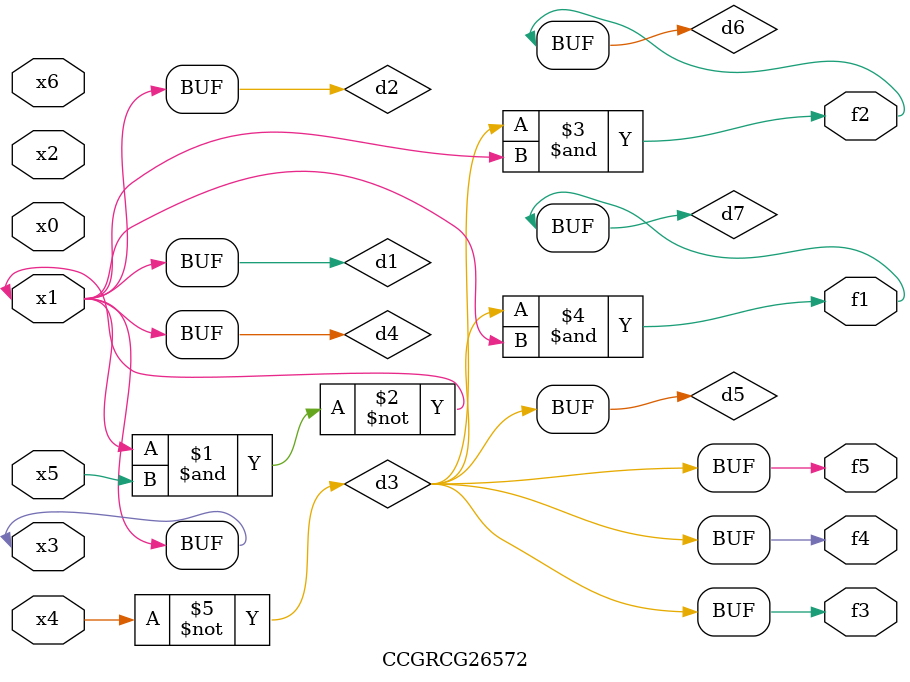
<source format=v>
module CCGRCG26572(
	input x0, x1, x2, x3, x4, x5, x6,
	output f1, f2, f3, f4, f5
);

	wire d1, d2, d3, d4, d5, d6, d7;

	buf (d1, x1, x3);
	nand (d2, x1, x5);
	not (d3, x4);
	buf (d4, d1, d2);
	buf (d5, d3);
	and (d6, d3, d4);
	and (d7, d3, d4);
	assign f1 = d7;
	assign f2 = d6;
	assign f3 = d5;
	assign f4 = d5;
	assign f5 = d5;
endmodule

</source>
